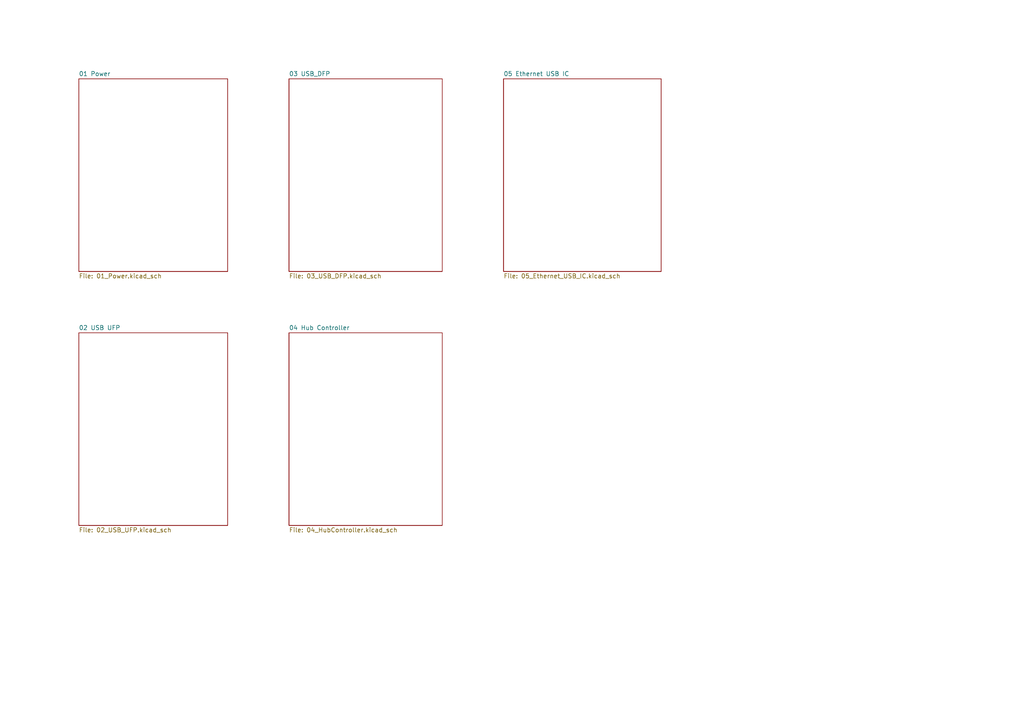
<source format=kicad_sch>
(kicad_sch (version 20230121) (generator eeschema)
  (paper "A4")
  (title_block (title "USB 3.0 Hub ") (date "2024-01-22") (rev "v1.0"))
  (lib_symbols)
  (sheet (at 22.86 96.52) (size 43.18 55.88) (stroke (width 0.1524))
    (property "Sheetname" "02 USB UFP" (at 22.86 95.8084 0) (effects (justify left bottom)))
    (property "Sheetfile" "02_USB_UFP.kicad_sch" (at 22.86 152.9846 0) (effects (justify left top)))
  )
  (sheet (at 22.86 22.86) (size 43.18 55.88) (stroke (width 0.1524))
    (property "Sheetname" "01 Power" (at 22.86 22.1484 0) (effects (justify left bottom)))
    (property "Sheetfile" "01_Power.kicad_sch" (at 22.86 79.3246 0) (effects (justify left top)))
  )
  (sheet (at 83.82 96.52) (size 44.45 55.88) (stroke (width 0.1524))
    (property "Sheetname" "04 Hub Controller" (at 83.82 95.8084 0) (effects (justify left bottom)))
    (property "Sheetfile" "04_HubController.kicad_sch" (at 83.82 152.9846 0) (effects (justify left top)))
  )
  (sheet (at 83.82 22.86) (size 44.45 55.88) (stroke (width 0.1524))
    (property "Sheetname" "03 USB_DFP" (at 83.82 22.1484 0) (effects (justify left bottom)))
    (property "Sheetfile" "03_USB_DFP.kicad_sch" (at 83.82 79.3246 0) (effects (justify left top)))
  )
  (sheet (at 146.05 22.86) (size 45.72 55.88) (stroke (width 0.1524))
    (property "Sheetname" "05 Ethernet USB IC" (at 146.05 22.1484 0) (effects (justify left bottom)))
    (property "Sheetfile" "05_Ethernet_USB_IC.kicad_sch" (at 146.05 79.3246 0) (effects (justify left top)))
  )
)
</source>
